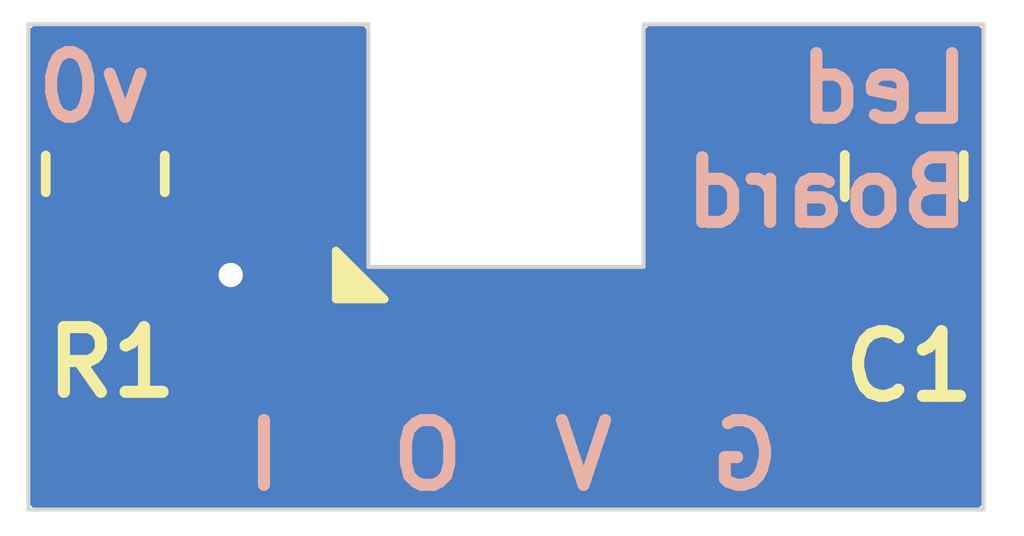
<source format=kicad_pcb>
(kicad_pcb (version 20221018) (generator pcbnew)
  (title_block (title "LED Board") (date "2024-01-17") (rev "0"))
  (layers (0 "F.Cu" signal) (31 "B.Cu" signal) (34 "B.Paste" user) (35 "F.Paste" user) (36 "B.SilkS" user "B.Silkscreen") (37 "F.SilkS" user "F.Silkscreen") (38 "B.Mask" user) (39 "F.Mask" user) (44 "Edge.Cuts" user))
  (net 0 "")
  (net 1 "GND")
  (net 2 "VDD")
  (net 3 "Net-(D1-DIN)")
  (net 4 "DIN")
  (net 5 "DOUT")
  (footprint "Library:SK6812-MINI-E" (layer "F.Cu") (at 150 145)
    (fp_text reference "D1" hide)
    (fp_text value "SK6812MINI" hide)
    (fp_poly (pts (xy -1.5 1.9) (xy -2.1 1.9) (xy -2.1 1.3)) (stroke (width 0.1)) (fill solid) (layer "F.SilkS"))
    (pad "1" smd rect (at 2.6 0.75) (size 1.7 0.82) (layers "F.Cu" "F.Paste" "F.Mask") (net 5 "DOUT"))
    (pad "2" smd roundrect (at -2.6 0.75) (size 1.7 0.82) (layers "F.Cu" "F.Paste" "F.Mask") (net 1 "GND"))
    (pad "3" smd rect (at -2.6 -0.75) (size 1.7 0.82) (layers "F.Cu" "F.Paste" "F.Mask") (net 3 "Net-(D1-DIN)"))
    (pad "4" smd rect (at 2.6 -0.75) (size 1.7 0.82) (layers "F.Cu" "F.Paste" "F.Mask") (net 2 "VDD"))
  )
  (footprint "Library:SolderWirePad_1x04_SMD_1x2mm" (layer "F.Cu") (at 150 148.2 180)
    (fp_text reference "J1" hide)
    (fp_text value "Conn_01x04")
    (pad "1" smd roundrect (at -2.25 0 180) (size 1 2) (layers "F.Cu" "F.Paste" "F.Mask") (net 1 "GND"))
    (pad "2" smd roundrect (at -0.75 0 180) (size 1 2) (layers "F.Cu" "F.Paste" "F.Mask") (net 2 "VDD"))
    (pad "3" smd roundrect (at 0.75 0 180) (size 1 2) (layers "F.Cu" "F.Paste" "F.Mask") (net 5 "DOUT"))
    (pad "4" smd roundrect (at 2.25 0 180) (size 1 2) (layers "F.Cu" "F.Paste" "F.Mask") (net 4 "DIN"))
  )
  (footprint "Resistor_SMD:R_0805_2012Metric_Pad1.20x1.40mm_HandSolder" (layer "F.Cu") (at 145.05 145.35 90)
    (fp_text reference "R1" hide)
    (fp_text value "75R" hide)
    (fp_line (start -0.227064 -0.735) (end 0.227064 -0.735) (stroke (width 0.12)) (layer "F.SilkS"))
    (fp_line (start -0.227064 0.735) (end 0.227064 0.735) (stroke (width 0.12)) (layer "F.SilkS"))
    (pad "1" smd roundrect (at -1 0 90) (size 1.2 1.4) (layers "F.Cu" "F.Paste" "F.Mask") (roundrect_rratio 0.2083333333) (net 4 "DIN"))
    (pad "2" smd roundrect (at 1 0 90) (size 1.2 1.4) (layers "F.Cu" "F.Paste" "F.Mask") (roundrect_rratio 0.2083333333) (net 3 "Net-(D1-DIN)"))
  )
  (footprint "Capacitor_SMD:C_0805_2012Metric_Pad1.18x1.45mm_HandSolder" (layer "F.Cu") (at 154.92 145.3775 90)
    (fp_text reference "C1" hide)
    (fp_text value "0.1uF" hide)
    (fp_line (start -0.261252 -0.735) (end 0.261252 -0.735) (stroke (width 0.12)) (layer "F.SilkS"))
    (fp_line (start -0.261252 0.735) (end 0.261252 0.735) (stroke (width 0.12)) (layer "F.SilkS"))
    (pad "1" smd roundrect (at -1.0375 0 90) (size 1.175 1.45) (layers "F.Cu" "F.Paste" "F.Mask") (roundrect_rratio 0.2127659574) (net 1 "GND"))
    (pad "2" smd roundrect (at 1.0375 0 90) (size 1.175 1.45) (layers "F.Cu" "F.Paste" "F.Mask") (roundrect_rratio 0.2127659574) (net 2 "VDD"))
  )
  (gr_line (start 151.7 143.5) (end 155.9 143.5) (stroke (width 0.05)) (layer "Edge.Cuts"))
  (gr_line (start 155.9 149.5) (end 144.1 149.5) (stroke (width 0.05)) (layer "Edge.Cuts"))
  (gr_line (start 151.7 146.5) (end 151.7 143.5) (stroke (width 0.05)) (layer "Edge.Cuts"))
  (gr_line (start 148.3 146.5) (end 148.3 143.5) (stroke (width 0.05)) (layer "Edge.Cuts"))
  (gr_line (start 144.1 149.5) (end 144.1 143.5) (stroke (width 0.05)) (layer "Edge.Cuts"))
  (gr_line (start 148.3 146.5) (end 151.7 146.5) (stroke (width 0.05)) (layer "Edge.Cuts"))
  (gr_line (start 155.9 143.5) (end 155.9 149.5) (stroke (width 0.05)) (layer "Edge.Cuts"))
  (gr_line (start 144.1 143.5) (end 148.3 143.5) (stroke (width 0.05)) (layer "Edge.Cuts"))
  (gr_text "Led\nBoard" (at 155.8 146.05) (layer "B.SilkS") (effects (font (size 0.8 0.8) (thickness 0.15) bold) (justify left bottom mirror)))
  (gr_text "O" (at 149.55 149.3) (layer "B.SilkS") (effects (font (size 0.8 0.8) (thickness 0.15) bold) (justify left bottom mirror)))
  (gr_text "V" (at 151.4 149.3) (layer "B.SilkS") (effects (font (size 0.8 0.8) (thickness 0.15) bold) (justify left bottom mirror)))
  (gr_text "G" (at 153.45 149.3) (layer "B.SilkS") (effects (font (size 0.8 0.8) (thickness 0.15) bold) (justify left bottom mirror)))
  (gr_text "v0" (at 145.7 144.75) (layer "B.SilkS") (effects (font (size 0.8 0.8) (thickness 0.15) bold) (justify left bottom mirror)))
  (gr_text "I" (at 147.3 149.3) (layer "B.SilkS") (effects (font (size 0.8 0.8) (thickness 0.15) bold) (justify left bottom mirror)))
  (gr_text "R1" (at 144.25 148.15) (layer "F.SilkS") (effects (font (size 0.8 0.8) (thickness 0.15) bold) (justify left bottom)))
  (gr_text "C1" (at 154.1 148.2) (layer "F.SilkS") (effects (font (size 0.8 0.8) (thickness 0.15) bold) (justify left bottom)))
  (segment (start 146.6 146.6) (end 146.6 146.55) (width 0.1524) (layer "F.Cu") (net 1))
  (segment (start 154.735 146.415) (end 154.92 146.415) (width 0.1524) (layer "F.Cu") (net 1))
  (segment (start 146.6 146.55) (end 147.4 145.75) (width 0.1524) (layer "F.Cu") (net 1))
  (segment (start 155 146.495) (end 154.92 146.415) (width 0.1524) (layer "F.Cu") (net 1))
  (via (at 146.6 146.6) (size 0.61) (drill 0.3) (layers "F.Cu" "B.Cu") (net 1))
  (segment (start 152.6 144.25) (end 154.83 144.25) (width 0.1524) (layer "F.Cu") (net 2))
  (segment (start 154.83 144.25) (end 154.92 144.34) (width 0.1524) (layer "F.Cu") (net 2))
  (segment (start 152.69 144.34) (end 152.6 144.25) (width 0.1524) (layer "F.Cu") (net 2))
  (segment (start 145.1 144.3) (end 145.05 144.35) (width 0.1524) (layer "F.Cu") (net 3))
  (segment (start 147.35 144.3) (end 147.4 144.25) (width 0.1524) (layer "F.Cu") (net 3))
  (segment (start 147.3 144.35) (end 147.35 144.3) (width 0.1524) (layer "F.Cu") (net 3))
  (segment (start 147.35 144.3) (end 145.1 144.3) (width 0.1524) (layer "F.Cu") (net 3))
  (segment (start 145.168 146.35) (end 147.018 148.2) (width 0.1524) (layer "F.Cu") (net 4))
  (segment (start 147.018 148.2) (end 147.75 148.2) (width 0.1524) (layer "F.Cu") (net 4))
  (segment (start 145.05 146.35) (end 145.168 146.35) (width 0.1524) (layer "F.Cu") (net 4))
  (segment (start 145.168 146.35) (end 145.287 146.35) (width 0.1524) (layer "F.Cu") (net 4))
  (segment (start 152.6 145.971) (end 152.6 145.75) (width 0.1524) (layer "F.Cu") (net 5))
  (segment (start 149.25 147.969) (end 150.38 146.839) (width 0.1524) (layer "F.Cu") (net 5))
  (segment (start 149.25 148.2) (end 149.25 147.969) (width 0.1524) (layer "F.Cu") (net 5))
  (segment (start 151.732 146.839) (end 152.6 145.971) (width 0.1524) (layer "F.Cu") (net 5))
  (segment (start 150.38 146.839) (end 151.732 146.839) (width 0.1524) (layer "F.Cu") (net 5))
  (zone (net 1) (net_name "GND") (layers "F&B.Cu") (connect_pads (clearance 0.5)) (min_thickness 0.25) (fill yes (thermal_gap 0.5) (thermal_bridge_width 0.5))
    (polygon (pts (xy 143.8 143.25) (xy 143.75 149.85) (xy 156.35 149.7) (xy 156.4 143.2)))
  )
)
</source>
